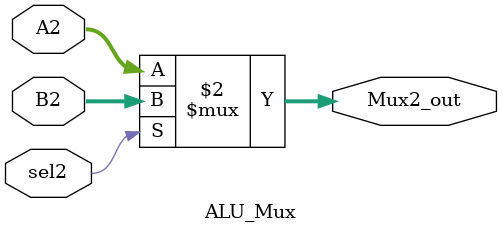
<source format=v>
`timescale 1ns / 1ps


module ALU_Mux(sel2, A2, B2, Mux2_out);
    input sel2;
    input [31:0] A2, B2;
    output [31:0] Mux2_out;

    assign Mux2_out = (sel2 == 1'b0) ? A2 : B2;
endmodule

</source>
